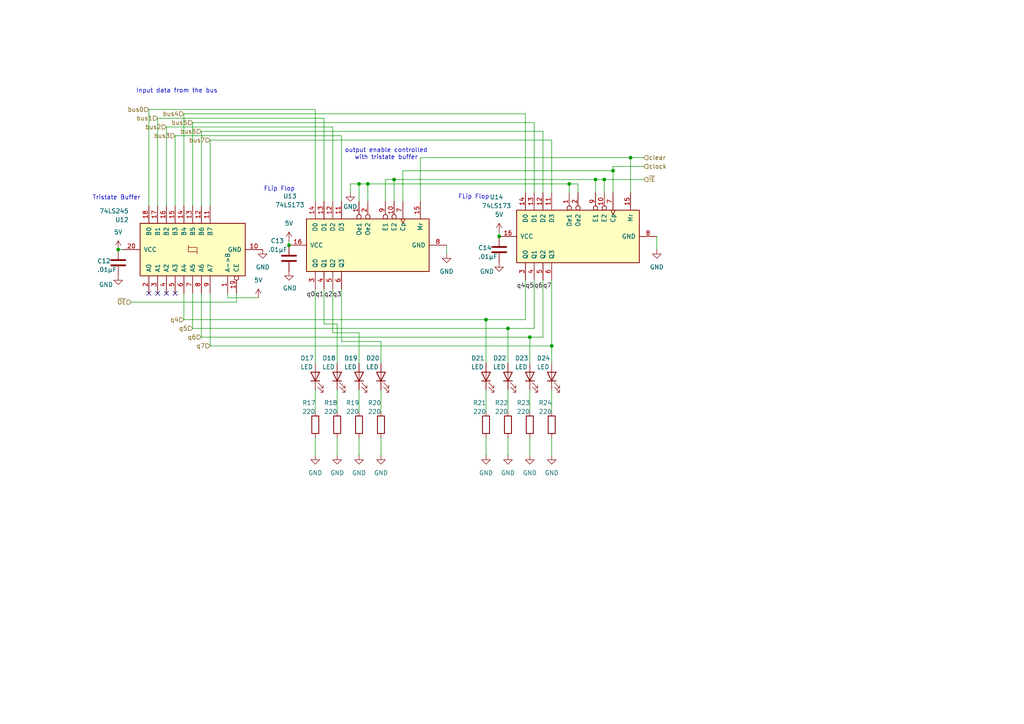
<source format=kicad_sch>
(kicad_sch (version 20231120) (generator "eeschema") (generator_version "8.0")
  (paper "A4")
  (title_block (date "2024-11-11") (company "Arsenal Gear"))
  (lib_symbols
    (symbol "74xx:74LS173" (pin_names (offset 1.016))
      (property "Reference" "U" (at -7.62 19.05 0))
      (property "Value" "74LS173" (at -7.62 -19.05 0))
      (symbol "74LS173_1_0"
        (pin input inverted (at -12.7 2.54 0) (length 5.08) (name "Oe1") (number "1"))
        (pin input inverted (at -12.7 -7.62 0) (length 5.08) (name "E2") (number "10"))
        (pin input line (at -12.7 7.62 0) (length 5.08) (name "D3") (number "11"))
        (pin input line (at -12.7 10.16 0) (length 5.08) (name "D2") (number "12"))
        (pin input line (at -12.7 12.7 0) (length 5.08) (name "D1") (number "13"))
        (pin input line (at -12.7 15.24 0) (length 5.08) (name "D0") (number "14"))
        (pin input line (at -12.7 -15.24 0) (length 5.08) (name "Mr") (number "15"))
        (pin power_in line (at 0 22.86 270) (length 5.08) (name "VCC") (number "16"))
        (pin input inverted (at -12.7 0 0) (length 5.08) (name "Oe2") (number "2"))
        (pin tri_state line (at 12.7 15.24 180) (length 5.08) (name "Q0") (number "3"))
        (pin tri_state line (at 12.7 12.7 180) (length 5.08) (name "Q1") (number "4"))
        (pin tri_state line (at 12.7 10.16 180) (length 5.08) (name "Q2") (number "5"))
        (pin tri_state line (at 12.7 7.62 180) (length 5.08) (name "Q3") (number "6"))
        (pin input clock (at -12.7 -10.16 0) (length 5.08) (name "Cp") (number "7"))
        (pin power_in line (at 0 -22.86 90) (length 5.08) (name "GND") (number "8"))
        (pin input inverted (at -12.7 -5.08 0) (length 5.08) (name "E1") (number "9"))
      )
      (symbol "74LS173_1_1"
        (rectangle (start -7.62 17.78) (end 7.62 -17.78) (stroke (width 0.254)) (fill (type background)))
      )
    )
    (symbol "74xx:74LS245" (pin_names (offset 1.016))
      (property "Reference" "U" (at -7.62 16.51 0))
      (property "Value" "74LS245" (at -7.62 -16.51 0))
      (symbol "74LS245_1_0"
        (polyline (pts (xy -0.635 -1.27) (xy -0.635 1.27) (xy 0.635 1.27)))
        (polyline (pts (xy -1.27 -1.27) (xy 0.635 -1.27) (xy 0.635 1.27) (xy 1.27 1.27)))
        (pin input line (at -12.7 -10.16 0) (length 5.08) (name "A->B") (number "1"))
        (pin power_in line (at 0 -20.32 90) (length 5.08) (name "GND") (number "10"))
        (pin tri_state line (at 12.7 -5.08 180) (length 5.08) (name "B7") (number "11"))
        (pin tri_state line (at 12.7 -2.54 180) (length 5.08) (name "B6") (number "12"))
        (pin tri_state line (at 12.7 0 180) (length 5.08) (name "B5") (number "13"))
        (pin tri_state line (at 12.7 2.54 180) (length 5.08) (name "B4") (number "14"))
        (pin tri_state line (at 12.7 5.08 180) (length 5.08) (name "B3") (number "15"))
        (pin tri_state line (at 12.7 7.62 180) (length 5.08) (name "B2") (number "16"))
        (pin tri_state line (at 12.7 10.16 180) (length 5.08) (name "B1") (number "17"))
        (pin tri_state line (at 12.7 12.7 180) (length 5.08) (name "B0") (number "18"))
        (pin input inverted (at -12.7 -12.7 0) (length 5.08) (name "CE") (number "19"))
        (pin tri_state line (at -12.7 12.7 0) (length 5.08) (name "A0") (number "2"))
        (pin power_in line (at 0 20.32 270) (length 5.08) (name "VCC") (number "20"))
        (pin tri_state line (at -12.7 10.16 0) (length 5.08) (name "A1") (number "3"))
        (pin tri_state line (at -12.7 7.62 0) (length 5.08) (name "A2") (number "4"))
        (pin tri_state line (at -12.7 5.08 0) (length 5.08) (name "A3") (number "5"))
        (pin tri_state line (at -12.7 2.54 0) (length 5.08) (name "A4") (number "6"))
        (pin tri_state line (at -12.7 0 0) (length 5.08) (name "A5") (number "7"))
        (pin tri_state line (at -12.7 -2.54 0) (length 5.08) (name "A6") (number "8"))
        (pin tri_state line (at -12.7 -5.08 0) (length 5.08) (name "A7") (number "9"))
      )
      (symbol "74LS245_1_1"
        (rectangle (start -7.62 15.24) (end 7.62 -15.24) (stroke (width 0.254)) (fill (type background)))
      )
    )
    (symbol "Device:C" (pin_numbers hide) (pin_names (offset 0.254))
      (property "Reference" "C" (at 0.635 2.54 0))
      (property "Value" "C" (at 0.635 -2.54 0))
      (symbol "C_0_1"
        (polyline (pts (xy -2.032 -0.762) (xy 2.032 -0.762)) (stroke (width 0.508)))
        (polyline (pts (xy -2.032 0.762) (xy 2.032 0.762)) (stroke (width 0.508)))
      )
      (symbol "C_1_1"
        (pin passive line (at 0 3.81 270) (length 2.794) (name "~") (number "1"))
        (pin passive line (at 0 -3.81 90) (length 2.794) (name "~") (number "2"))
      )
    )
    (symbol "Device:LED" (pin_numbers hide) (pin_names (offset 1.016) hide)
      (property "Reference" "D" (at 0 2.54 0))
      (property "Value" "LED" (at 0 -2.54 0))
      (symbol "LED_0_1"
        (polyline (pts (xy -1.27 -1.27) (xy -1.27 1.27)) (stroke (width 0.254)))
        (polyline (pts (xy -1.27 0) (xy 1.27 0)))
        (polyline (pts (xy 1.27 -1.27) (xy 1.27 1.27) (xy -1.27 0) (xy 1.27 -1.27)) (stroke (width 0.254)))
        (polyline (pts (xy -3.048 -0.762) (xy -4.572 -2.286) (xy -3.81 -2.286) (xy -4.572 -2.286) (xy -4.572 -1.524)))
        (polyline (pts (xy -1.778 -0.762) (xy -3.302 -2.286) (xy -2.54 -2.286) (xy -3.302 -2.286) (xy -3.302 -1.524)))
      )
      (symbol "LED_1_1"
        (pin passive line (at -3.81 0 0) (length 2.54) (name "K") (number "1"))
        (pin passive line (at 3.81 0 180) (length 2.54) (name "A") (number "2"))
      )
    )
    (symbol "Device:R" (pin_numbers hide) (pin_names (offset 0))
      (property "Reference" "R" (at 2.032 0 90))
      (property "Value" "R" (at 0 0 90))
      (symbol "R_0_1"
        (rectangle (start -1.016 -2.54) (end 1.016 2.54) (stroke (width 0.254)))
      )
      (symbol "R_1_1"
        (pin passive line (at 0 3.81 270) (length 1.27) (name "~") (number "1"))
        (pin passive line (at 0 -3.81 90) (length 1.27) (name "~") (number "2"))
      )
    )
    (symbol "power:GND" (power) (pin_numbers hide) (pin_names (offset 0) hide)
      (property "Value" "GND" (at 0 -3.81 0))
      (symbol "GND_0_1"
        (polyline (pts (xy 0 0) (xy 0 -1.27) (xy 1.27 -1.27) (xy 0 -2.54) (xy -1.27 -1.27) (xy 0 -1.27)))
      )
      (symbol "GND_1_1"
        (pin power_in line (at 0 0 270) (length 0) (name "~") (number "1"))
      )
    )
    (symbol "power:VCC" (power) (pin_numbers hide) (pin_names (offset 0) hide)
      (property "Value" "VCC" (at 0 3.556 0))
      (symbol "VCC_0_1"
        (polyline (pts (xy -0.762 1.27) (xy 0 2.54)))
        (polyline (pts (xy 0 0) (xy 0 2.54)))
        (polyline (pts (xy 0 2.54) (xy 0.762 1.27)))
      )
      (symbol "VCC_1_1"
        (pin power_in line (at 0 0 90) (length 0) (name "~") (number "1"))
      )
    )
  )
  (junction (at 144.78 68.58))
  (junction (at 83.82 71.12))
  (junction (at 34.29 72.39))
  (junction (at 114.3 52.07))
  (junction (at 106.68 53.34))
  (junction (at 172.72 52.07))
  (junction (at 175.26 52.07))
  (junction (at 160.02 100.33))
  (junction (at 153.67 97.79))
  (junction (at 104.14 53.34))
  (junction (at 140.97 92.71))
  (junction (at 147.32 95.25))
  (junction (at 165.1 53.34))
  (junction (at 177.8 49.53))
  (junction (at 182.88 45.72))
  (no_connect (at 48.26 85.09))
  (no_connect (at 45.72 85.09))
  (no_connect (at 50.8 85.09))
  (no_connect (at 43.18 85.09))
  (wire (pts (xy 152.4 81.28) (xy 152.4 92.71)))
  (wire (pts (xy 167.64 53.34) (xy 167.64 55.88)))
  (wire (pts (xy 182.88 45.72) (xy 186.69 45.72)))
  (wire (pts (xy 68.58 87.63) (xy 38.1 87.63)))
  (wire (pts (xy 48.26 36.83) (xy 96.52 36.83)))
  (wire (pts (xy 152.4 92.71) (xy 140.97 92.71)))
  (wire (pts (xy 50.8 39.37) (xy 50.8 59.69)))
  (wire (pts (xy 172.72 52.07) (xy 172.72 55.88)))
  (wire (pts (xy 147.32 127) (xy 147.32 132.08)))
  (wire (pts (xy 110.49 99.06) (xy 110.49 105.41)))
  (wire (pts (xy 91.44 127) (xy 91.44 132.08)))
  (wire (pts (xy 160.02 81.28) (xy 160.02 100.33)))
  (wire (pts (xy 157.48 38.1) (xy 157.48 55.88)))
  (wire (pts (xy 106.68 53.34) (xy 165.1 53.34)))
  (wire (pts (xy 93.98 83.82) (xy 93.98 93.98)))
  (wire (pts (xy 165.1 53.34) (xy 165.1 55.88)))
  (wire (pts (xy 104.14 53.34) (xy 106.68 53.34)))
  (wire (pts (xy 190.5 72.39) (xy 190.5 68.58)))
  (wire (pts (xy 101.6 53.34) (xy 101.6 55.88)))
  (wire (pts (xy 172.72 52.07) (xy 175.26 52.07)))
  (wire (pts (xy 147.32 95.25) (xy 154.94 95.25)))
  (wire (pts (xy 58.42 38.1) (xy 58.42 59.69)))
  (wire (pts (xy 140.97 127) (xy 140.97 132.08)))
  (wire (pts (xy 45.72 34.29) (xy 45.72 59.69)))
  (wire (pts (xy 110.49 113.03) (xy 110.49 119.38)))
  (wire (pts (xy 157.48 97.79) (xy 153.67 97.79)))
  (wire (pts (xy 160.02 40.64) (xy 160.02 55.88)))
  (wire (pts (xy 129.54 71.12) (xy 129.54 73.66)))
  (wire (pts (xy 114.3 58.42) (xy 114.3 52.07)))
  (wire (pts (xy 53.34 33.02) (xy 152.4 33.02)))
  (wire (pts (xy 160.02 113.03) (xy 160.02 119.38)))
  (wire (pts (xy 55.88 35.56) (xy 55.88 59.69)))
  (wire (pts (xy 114.3 52.07) (xy 172.72 52.07)))
  (wire (pts (xy 153.67 113.03) (xy 153.67 119.38)))
  (wire (pts (xy 97.79 93.98) (xy 97.79 105.41)))
  (wire (pts (xy 144.78 67.31) (xy 144.78 68.58)))
  (wire (pts (xy 182.88 45.72) (xy 182.88 55.88)))
  (wire (pts (xy 177.8 48.26) (xy 186.69 48.26)))
  (wire (pts (xy 97.79 93.98) (xy 93.98 93.98)))
  (wire (pts (xy 140.97 113.03) (xy 140.97 119.38)))
  (wire (pts (xy 177.8 48.26) (xy 177.8 49.53)))
  (wire (pts (xy 97.79 127) (xy 97.79 132.08)))
  (wire (pts (xy 55.88 85.09) (xy 55.88 95.25)))
  (wire (pts (xy 110.49 127) (xy 110.49 132.08)))
  (wire (pts (xy 96.52 83.82) (xy 96.52 96.52)))
  (wire (pts (xy 154.94 35.56) (xy 154.94 55.88)))
  (wire (pts (xy 53.34 85.09) (xy 53.34 92.71)))
  (wire (pts (xy 55.88 35.56) (xy 154.94 35.56)))
  (wire (pts (xy 43.18 31.75) (xy 91.44 31.75)))
  (wire (pts (xy 99.06 39.37) (xy 99.06 58.42)))
  (wire (pts (xy 153.67 127) (xy 153.67 132.08)))
  (wire (pts (xy 175.26 52.07) (xy 175.26 55.88)))
  (wire (pts (xy 121.92 45.72) (xy 182.88 45.72)))
  (wire (pts (xy 97.79 113.03) (xy 97.79 119.38)))
  (wire (pts (xy 153.67 97.79) (xy 58.42 97.79)))
  (wire (pts (xy 66.04 86.36) (xy 66.04 85.09)))
  (wire (pts (xy 153.67 97.79) (xy 153.67 105.41)))
  (wire (pts (xy 140.97 92.71) (xy 53.34 92.71)))
  (wire (pts (xy 58.42 85.09) (xy 58.42 97.79)))
  (wire (pts (xy 104.14 127) (xy 104.14 132.08)))
  (wire (pts (xy 177.8 49.53) (xy 177.8 55.88)))
  (wire (pts (xy 91.44 83.82) (xy 91.44 105.41)))
  (wire (pts (xy 152.4 33.02) (xy 152.4 55.88)))
  (wire (pts (xy 154.94 81.28) (xy 154.94 95.25)))
  (wire (pts (xy 68.58 85.09) (xy 68.58 87.63)))
  (wire (pts (xy 60.96 85.09) (xy 60.96 100.33)))
  (wire (pts (xy 96.52 36.83) (xy 96.52 58.42)))
  (wire (pts (xy 96.52 96.52) (xy 104.14 96.52)))
  (wire (pts (xy 175.26 52.07) (xy 186.69 52.07)))
  (wire (pts (xy 116.84 49.53) (xy 177.8 49.53)))
  (wire (pts (xy 157.48 81.28) (xy 157.48 97.79)))
  (wire (pts (xy 74.93 86.36) (xy 66.04 86.36)))
  (wire (pts (xy 165.1 53.34) (xy 167.64 53.34)))
  (wire (pts (xy 91.44 31.75) (xy 91.44 58.42)))
  (wire (pts (xy 60.96 40.64) (xy 160.02 40.64)))
  (wire (pts (xy 55.88 95.25) (xy 147.32 95.25)))
  (wire (pts (xy 48.26 36.83) (xy 48.26 59.69)))
  (wire (pts (xy 43.18 31.75) (xy 43.18 59.69)))
  (wire (pts (xy 160.02 127) (xy 160.02 132.08)))
  (wire (pts (xy 91.44 113.03) (xy 91.44 119.38)))
  (wire (pts (xy 160.02 100.33) (xy 60.96 100.33)))
  (wire (pts (xy 140.97 92.71) (xy 140.97 105.41)))
  (wire (pts (xy 99.06 83.82) (xy 99.06 99.06)))
  (wire (pts (xy 53.34 33.02) (xy 53.34 59.69)))
  (wire (pts (xy 104.14 113.03) (xy 104.14 119.38)))
  (wire (pts (xy 99.06 99.06) (xy 110.49 99.06)))
  (wire (pts (xy 93.98 34.29) (xy 93.98 58.42)))
  (wire (pts (xy 116.84 58.42) (xy 116.84 49.53)))
  (wire (pts (xy 111.76 58.42) (xy 111.76 52.07)))
  (wire (pts (xy 45.72 34.29) (xy 93.98 34.29)))
  (wire (pts (xy 104.14 53.34) (xy 104.14 58.42)))
  (wire (pts (xy 121.92 58.42) (xy 121.92 45.72)))
  (wire (pts (xy 104.14 96.52) (xy 104.14 105.41)))
  (wire (pts (xy 147.32 113.03) (xy 147.32 119.38)))
  (wire (pts (xy 34.29 72.39) (xy 35.56 72.39)))
  (wire (pts (xy 106.68 53.34) (xy 106.68 58.42)))
  (wire (pts (xy 83.82 69.85) (xy 83.82 71.12)))
  (wire (pts (xy 101.6 53.34) (xy 104.14 53.34)))
  (wire (pts (xy 58.42 38.1) (xy 157.48 38.1)))
  (wire (pts (xy 60.96 40.64) (xy 60.96 59.69)))
  (wire (pts (xy 147.32 95.25) (xy 147.32 105.41)))
  (wire (pts (xy 50.8 39.37) (xy 99.06 39.37)))
  (wire (pts (xy 160.02 100.33) (xy 160.02 105.41)))
  (wire (pts (xy 111.76 52.07) (xy 114.3 52.07)))
  (text "FLip Flop" (at 81.026 54.864 0) (effects (font (size 1.27 1.27))))
  (text "FLip Flop" (at 137.414 57.15 0) (effects (font (size 1.27 1.27))))
  (text "Tristate Buffer" (at 33.782 57.404 0) (effects (font (size 1.27 1.27))))
  (text "Input data from the bus" (at 51.308 26.416 0) (effects (font (size 1.27 1.27))))
  (text "output enable controlled\nwith tristate buffer" (at 112.014 44.704 0) (effects (font (size 1.27 1.27))))
  (label "q5" (at 154.94 83.82 180))
  (label "q6" (at 157.48 83.82 180))
  (label "q3" (at 99.06 86.36 180))
  (label "q2" (at 96.52 86.36 180))
  (label "q7" (at 160.02 83.82 180))
  (label "q4" (at 152.4 83.82 180))
  (label "q0" (at 91.44 86.36 180))
  (label "q1" (at 93.98 86.36 180))
  (hierarchical_label "bus3" (shape input) (at 50.8 39.37 180))
  (hierarchical_label "bus0" (shape input) (at 43.18 31.75 180))
  (hierarchical_label "q7" (shape input) (at 60.96 100.33 180))
  (hierarchical_label "bus1" (shape input) (at 45.72 34.29 180))
  (hierarchical_label "bus6" (shape input) (at 58.42 38.1 180))
  (hierarchical_label "~{IE}" (shape input) (at 186.69 52.07 0))
  (hierarchical_label "bus7" (shape input) (at 60.96 40.64 180))
  (hierarchical_label "bus4" (shape input) (at 53.34 33.02 180))
  (hierarchical_label "clear" (shape input) (at 186.69 45.72 0))
  (hierarchical_label "q6" (shape input) (at 58.42 97.79 180))
  (hierarchical_label "~{OE}" (shape input) (at 38.1 87.63 180))
  (hierarchical_label "q5" (shape input) (at 55.88 95.25 180))
  (hierarchical_label "bus5" (shape input) (at 55.88 35.56 180))
  (hierarchical_label "q4" (shape input) (at 53.34 92.71 180))
  (hierarchical_label "bus2" (shape input) (at 48.26 36.83 180))
  (hierarchical_label "clock" (shape input) (at 186.69 48.26 0))
  (symbol (lib_id "Device:R") (at 153.67 123.19 0) (unit 1)
    (property "Reference" "R23" (at 149.86 116.84 0) (effects (justify left)))
    (property "Value" "220" (at 149.86 119.38 0) (effects (justify left)))
    (property "Footprint" "Resistor_THT:R_Axial_DIN0207_L6.3mm_D2.5mm_P5.08mm_Vertical" (effects (hide yes)))
    (property "Description" "Resistor" (effects (hide yes)))
  )
  (symbol (lib_id "74xx:74LS173") (at 167.64 68.58 90) (mirror x) (unit 1)
    (property "Reference" "U14" (at 144.018 57.15 90))
    (property "Value" "74LS173" (at 144.018 59.69 90))
    (property "Footprint" "Package_DIP:DIP-16_W7.62mm" (effects (hide yes)))
    (property "Datasheet" "http://www.ti.com/lit/gpn/sn74LS173" (effects (hide yes)))
    (property "Description" "4-bit D-type Register, 3 state out" (effects (hide yes)))
  )
  (symbol (lib_id "74xx:74LS173") (at 106.68 71.12 90) (mirror x) (unit 1)
    (property "Reference" "U13" (at 84.074 56.896 90))
    (property "Value" "74LS173" (at 84.074 59.436 90))
    (property "Footprint" "Package_DIP:DIP-16_W7.62mm" (effects (hide yes)))
    (property "Datasheet" "http://www.ti.com/lit/gpn/sn74LS173" (effects (hide yes)))
    (property "Description" "4-bit D-type Register, 3 state out" (effects (hide yes)))
  )
  (symbol (lib_id "power:GND") (at 76.2 72.39 0) (unit 1) (exclude_from_sim yes)
    (property "Reference" "#PWR065" (effects (hide yes)))
    (property "Value" "GND" (at 76.2 77.47 0))
    (property "Description" "Power symbol creates a global label with name \"GND\" , ground" (effects (hide yes)))
  )
  (symbol (lib_id "Device:C") (at 34.29 76.2 180) (unit 1)
    (property "Reference" "C12" (at 28.194 75.692 0) (effects (justify right)))
    (property "Value" ".01µF" (at 28.194 78.232 0) (effects (justify right)))
    (property "Footprint" "Capacitor_THT:C_Disc_D5.0mm_W2.5mm_P2.50mm" (effects (hide yes)))
    (property "Description" "Unpolarized capacitor" (effects (hide yes)))
  )
  (symbol (lib_id "power:VCC") (at 144.78 67.31 0) (unit 1) (exclude_from_sim yes)
    (property "Reference" "#PWR075" (effects (hide yes)))
    (property "Value" "5V" (at 144.78 62.23 0))
    (property "Description" "Power symbol creates a global label with name \"VCC\"" (effects (hide yes)))
  )
  (symbol (lib_id "power:VCC") (at 83.82 69.85 0) (unit 1) (exclude_from_sim yes)
    (property "Reference" "#PWR066" (effects (hide yes)))
    (property "Value" "5V" (at 83.82 64.77 0))
    (property "Description" "Power symbol creates a global label with name \"VCC\"" (effects (hide yes)))
  )
  (symbol (lib_id "Device:R") (at 140.97 123.19 0) (unit 1)
    (property "Reference" "R21" (at 137.16 116.84 0) (effects (justify left)))
    (property "Value" "220" (at 137.16 119.38 0) (effects (justify left)))
    (property "Footprint" "Resistor_THT:R_Axial_DIN0207_L6.3mm_D2.5mm_P5.08mm_Vertical" (effects (hide yes)))
    (property "Description" "Resistor" (effects (hide yes)))
  )
  (symbol (lib_id "Device:C") (at 144.78 72.39 180) (unit 1)
    (property "Reference" "C14" (at 138.684 71.882 0) (effects (justify right)))
    (property "Value" ".01µF" (at 138.684 74.422 0) (effects (justify right)))
    (property "Footprint" "Capacitor_THT:C_Disc_D5.0mm_W2.5mm_P2.50mm" (effects (hide yes)))
    (property "Description" "Unpolarized capacitor" (effects (hide yes)))
  )
  (symbol (lib_id "power:VCC") (at 74.93 86.36 0) (unit 1) (exclude_from_sim yes)
    (property "Reference" "#PWR064" (effects (hide yes)))
    (property "Value" "5V" (at 74.93 81.28 0))
    (property "Description" "Power symbol creates a global label with name \"VCC\"" (effects (hide yes)))
  )
  (symbol (lib_id "Device:LED") (at 147.32 109.22 90) (unit 1)
    (property "Reference" "D22" (at 143.002 103.886 90) (effects (justify right)))
    (property "Value" "LED" (at 143.002 106.426 90) (effects (justify right)))
    (property "Footprint" "LED_THT:LED_D5.0mm" (effects (hide yes)))
    (property "Description" "Light emitting diode" (effects (hide yes)))
  )
  (symbol (lib_id "Device:LED") (at 104.14 109.22 90) (unit 1)
    (property "Reference" "D19" (at 99.822 103.886 90) (effects (justify right)))
    (property "Value" "LED" (at 99.822 106.426 90) (effects (justify right)))
    (property "Footprint" "LED_THT:LED_D5.0mm" (effects (hide yes)))
    (property "Description" "Light emitting diode" (effects (hide yes)))
  )
  (symbol (lib_id "Device:LED") (at 110.49 109.22 90) (unit 1)
    (property "Reference" "D20" (at 106.172 103.886 90) (effects (justify right)))
    (property "Value" "LED" (at 106.172 106.426 90) (effects (justify right)))
    (property "Footprint" "LED_THT:LED_D5.0mm" (effects (hide yes)))
    (property "Description" "Light emitting diode" (effects (hide yes)))
  )
  (symbol (lib_id "Device:R") (at 104.14 123.19 0) (unit 1)
    (property "Reference" "R19" (at 100.33 116.84 0) (effects (justify left)))
    (property "Value" "220" (at 100.33 119.38 0) (effects (justify left)))
    (property "Footprint" "Resistor_THT:R_Axial_DIN0207_L6.3mm_D2.5mm_P5.08mm_Vertical" (effects (hide yes)))
    (property "Description" "Resistor" (effects (hide yes)))
  )
  (symbol (lib_id "Device:R") (at 110.49 123.19 0) (unit 1)
    (property "Reference" "R20" (at 106.68 116.84 0) (effects (justify left)))
    (property "Value" "220" (at 106.68 119.38 0) (effects (justify left)))
    (property "Footprint" "Resistor_THT:R_Axial_DIN0207_L6.3mm_D2.5mm_P5.08mm_Vertical" (effects (hide yes)))
    (property "Description" "Resistor" (effects (hide yes)))
  )
  (symbol (lib_id "Device:LED") (at 91.44 109.22 90) (unit 1)
    (property "Reference" "D17" (at 87.122 103.886 90) (effects (justify right)))
    (property "Value" "LED" (at 87.122 106.426 90) (effects (justify right)))
    (property "Footprint" "LED_THT:LED_D5.0mm" (effects (hide yes)))
    (property "Description" "Light emitting diode" (effects (hide yes)))
  )
  (symbol (lib_id "power:GND") (at 91.44 132.08 0) (unit 1) (exclude_from_sim yes)
    (property "Reference" "#PWR068" (effects (hide yes)))
    (property "Value" "GND" (at 91.44 137.16 0))
    (property "Description" "Power symbol creates a global label with name \"GND\" , ground" (effects (hide yes)))
  )
  (symbol (lib_id "Device:LED") (at 153.67 109.22 90) (unit 1)
    (property "Reference" "D23" (at 149.352 103.886 90) (effects (justify right)))
    (property "Value" "LED" (at 149.352 106.426 90) (effects (justify right)))
    (property "Footprint" "LED_THT:LED_D5.0mm" (effects (hide yes)))
    (property "Description" "Light emitting diode" (effects (hide yes)))
  )
  (symbol (lib_id "Device:R") (at 97.79 123.19 0) (unit 1)
    (property "Reference" "R18" (at 93.98 116.84 0) (effects (justify left)))
    (property "Value" "220" (at 93.98 119.38 0) (effects (justify left)))
    (property "Footprint" "Resistor_THT:R_Axial_DIN0207_L6.3mm_D2.5mm_P5.08mm_Vertical" (effects (hide yes)))
    (property "Description" "Resistor" (effects (hide yes)))
  )
  (symbol (lib_id "power:GND") (at 101.6 55.88 0) (unit 1)
    (property "Reference" "#PWR070" (effects (hide yes)))
    (property "Value" "GND" (at 101.6 59.944 0))
    (property "Description" "Power symbol creates a global label with name \"GND\" , ground" (effects (hide yes)))
  )
  (symbol (lib_id "Device:LED") (at 97.79 109.22 90) (unit 1)
    (property "Reference" "D18" (at 93.472 103.886 90) (effects (justify right)))
    (property "Value" "LED" (at 93.472 106.426 90) (effects (justify right)))
    (property "Footprint" "LED_THT:LED_D5.0mm" (effects (hide yes)))
    (property "Description" "Light emitting diode" (effects (hide yes)))
  )
  (symbol (lib_id "power:GND") (at 153.67 132.08 0) (unit 1) (exclude_from_sim yes)
    (property "Reference" "#PWR078" (effects (hide yes)))
    (property "Value" "GND" (at 153.67 137.16 0))
    (property "Description" "Power symbol creates a global label with name \"GND\" , ground" (effects (hide yes)))
  )
  (symbol (lib_id "power:VCC") (at 34.29 72.39 0) (unit 1) (exclude_from_sim yes)
    (property "Reference" "#PWR062" (effects (hide yes)))
    (property "Value" "5V" (at 34.29 67.31 0))
    (property "Description" "Power symbol creates a global label with name \"VCC\"" (effects (hide yes)))
  )
  (symbol (lib_id "power:GND") (at 147.32 132.08 0) (unit 1) (exclude_from_sim yes)
    (property "Reference" "#PWR077" (effects (hide yes)))
    (property "Value" "GND" (at 147.32 137.16 0))
    (property "Description" "Power symbol creates a global label with name \"GND\" , ground" (effects (hide yes)))
  )
  (symbol (lib_id "power:GND") (at 129.54 73.66 0) (unit 1) (exclude_from_sim yes)
    (property "Reference" "#PWR073" (effects (hide yes)))
    (property "Value" "GND" (at 129.54 78.74 0))
    (property "Description" "Power symbol creates a global label with name \"GND\" , ground" (effects (hide yes)))
  )
  (symbol (lib_id "power:GND") (at 144.78 76.2 0) (unit 1) (exclude_from_sim yes)
    (property "Reference" "#PWR076" (effects (hide yes)))
    (property "Value" "GND" (at 141.224 78.74 0))
    (property "Description" "Power symbol creates a global label with name \"GND\" , ground" (effects (hide yes)))
  )
  (symbol (lib_id "Device:R") (at 147.32 123.19 0) (unit 1)
    (property "Reference" "R22" (at 143.51 116.84 0) (effects (justify left)))
    (property "Value" "220" (at 143.51 119.38 0) (effects (justify left)))
    (property "Footprint" "Resistor_THT:R_Axial_DIN0207_L6.3mm_D2.5mm_P5.08mm_Vertical" (effects (hide yes)))
    (property "Description" "Resistor" (effects (hide yes)))
  )
  (symbol (lib_id "power:GND") (at 140.97 132.08 0) (unit 1) (exclude_from_sim yes)
    (property "Reference" "#PWR074" (effects (hide yes)))
    (property "Value" "GND" (at 140.97 137.16 0))
    (property "Description" "Power symbol creates a global label with name \"GND\" , ground" (effects (hide yes)))
  )
  (symbol (lib_id "74xx:74LS245") (at 55.88 72.39 90) (unit 1)
    (property "Reference" "U12" (at 37.338 63.754 90) (effects (justify left)))
    (property "Value" "74LS245" (at 37.338 61.214 90) (effects (justify left)))
    (property "Footprint" "Package_DIP:DIP-20_W7.62mm" (effects (hide yes)))
    (property "Datasheet" "http://www.ti.com/lit/gpn/sn74LS245" (effects (hide yes)))
    (property "Description" "Octal BUS Transceivers, 3-State outputs" (effects (hide yes)))
  )
  (symbol (lib_id "Device:LED") (at 140.97 109.22 90) (unit 1)
    (property "Reference" "D21" (at 136.652 103.886 90) (effects (justify right)))
    (property "Value" "LED" (at 136.652 106.426 90) (effects (justify right)))
    (property "Footprint" "LED_THT:LED_D5.0mm" (effects (hide yes)))
    (property "Description" "Light emitting diode" (effects (hide yes)))
  )
  (symbol (lib_id "power:GND") (at 34.29 80.01 0) (unit 1) (exclude_from_sim yes)
    (property "Reference" "#PWR063" (effects (hide yes)))
    (property "Value" "GND" (at 30.734 82.55 0))
    (property "Description" "Power symbol creates a global label with name \"GND\" , ground" (effects (hide yes)))
  )
  (symbol (lib_id "power:GND") (at 160.02 132.08 0) (unit 1) (exclude_from_sim yes)
    (property "Reference" "#PWR079" (effects (hide yes)))
    (property "Value" "GND" (at 160.02 137.16 0))
    (property "Description" "Power symbol creates a global label with name \"GND\" , ground" (effects (hide yes)))
  )
  (symbol (lib_id "power:GND") (at 110.49 132.08 0) (unit 1) (exclude_from_sim yes)
    (property "Reference" "#PWR072" (effects (hide yes)))
    (property "Value" "GND" (at 110.49 137.16 0))
    (property "Description" "Power symbol creates a global label with name \"GND\" , ground" (effects (hide yes)))
  )
  (symbol (lib_id "Device:R") (at 91.44 123.19 0) (unit 1)
    (property "Reference" "R17" (at 87.63 116.84 0) (effects (justify left)))
    (property "Value" "220" (at 87.63 119.38 0) (effects (justify left)))
    (property "Footprint" "Resistor_THT:R_Axial_DIN0207_L6.3mm_D2.5mm_P5.08mm_Vertical" (effects (hide yes)))
    (property "Description" "Resistor" (effects (hide yes)))
  )
  (symbol (lib_id "power:GND") (at 83.82 78.74 0) (unit 1) (exclude_from_sim yes)
    (property "Reference" "#PWR067" (effects (hide yes)))
    (property "Value" "GND" (at 84.074 83.566 0))
    (property "Description" "Power symbol creates a global label with name \"GND\" , ground" (effects (hide yes)))
  )
  (symbol (lib_id "Device:R") (at 160.02 123.19 0) (unit 1)
    (property "Reference" "R24" (at 156.21 116.84 0) (effects (justify left)))
    (property "Value" "220" (at 156.21 119.38 0) (effects (justify left)))
    (property "Footprint" "Resistor_THT:R_Axial_DIN0207_L6.3mm_D2.5mm_P5.08mm_Vertical" (effects (hide yes)))
    (property "Description" "Resistor" (effects (hide yes)))
  )
  (symbol (lib_id "Device:C") (at 83.82 74.93 180) (unit 1)
    (property "Reference" "C13" (at 78.486 69.85 0) (effects (justify right)))
    (property "Value" ".01µF" (at 77.724 72.39 0) (effects (justify right)))
    (property "Footprint" "Capacitor_THT:C_Disc_D5.0mm_W2.5mm_P2.50mm" (effects (hide yes)))
    (property "Description" "Unpolarized capacitor" (effects (hide yes)))
  )
  (symbol (lib_id "power:GND") (at 97.79 132.08 0) (unit 1) (exclude_from_sim yes)
    (property "Reference" "#PWR069" (effects (hide yes)))
    (property "Value" "GND" (at 97.79 137.16 0))
    (property "Description" "Power symbol creates a global label with name \"GND\" , ground" (effects (hide yes)))
  )
  (symbol (lib_id "power:GND") (at 190.5 72.39 0) (unit 1) (exclude_from_sim yes)
    (property "Reference" "#PWR080" (effects (hide yes)))
    (property "Value" "GND" (at 190.5 77.47 0))
    (property "Description" "Power symbol creates a global label with name \"GND\" , ground" (effects (hide yes)))
  )
  (symbol (lib_id "power:GND") (at 104.14 132.08 0) (unit 1) (exclude_from_sim yes)
    (property "Reference" "#PWR071" (effects (hide yes)))
    (property "Value" "GND" (at 104.14 137.16 0))
    (property "Description" "Power symbol creates a global label with name \"GND\" , ground" (effects (hide yes)))
  )
  (symbol (lib_id "Device:LED") (at 160.02 109.22 90) (unit 1)
    (property "Reference" "D24" (at 155.702 103.886 90) (effects (justify right)))
    (property "Value" "LED" (at 155.702 106.426 90) (effects (justify right)))
    (property "Footprint" "LED_THT:LED_D5.0mm" (effects (hide yes)))
    (property "Description" "Light emitting diode" (effects (hide yes)))
  )
)
</source>
